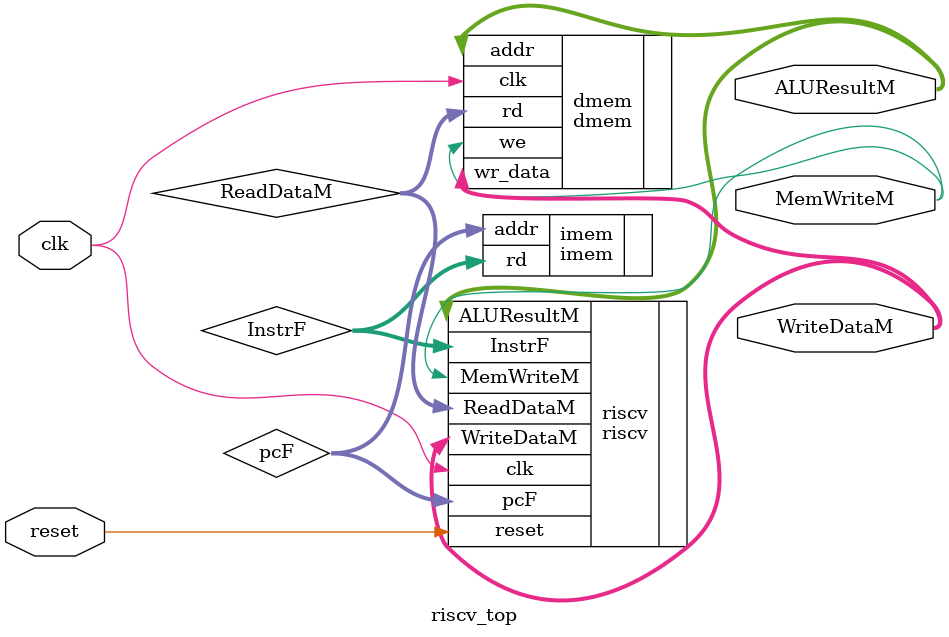
<source format=v>
/*
 * @Author: Eric Wong 
 * @Date: 2022-01-29 13:25:37 
 * @Last Modified by:   Eric Wong 
 * @Last Modified time: 2022-01-29 13:25:37 
 */

module riscv_top # (
        parameter Width = 32
    )
    (
        input               clk,
        input               reset,
        output [Width-1:0]  WriteDataM,
        output [Width-1:0]  ALUResultM,
        output              MemWriteM
    );
    wire [31:0] InstrF;
    wire [Width-1:0] pcF;
    wire [Width-1:0] ReadDataM;
 
    riscv riscv (
        .clk        (clk        ),
        .reset      (reset      ),
        .InstrF     (InstrF     ),
        .pcF        (pcF        ),
        .ReadDataM  (ReadDataM  ),
        .ALUResultM (ALUResultM ),
        .MemWriteM  (MemWriteM  ),
        .WriteDataM (WriteDataM )
    );

    imem imem (
        .addr   (pcF    ),
        .rd     (InstrF )
    );

    dmem dmem (
        .clk        (clk        ),
        .addr       (ALUResultM ),
        .we         (MemWriteM  ),
        .wr_data    (WriteDataM ),
        .rd         (ReadDataM  )
    );
endmodule

</source>
